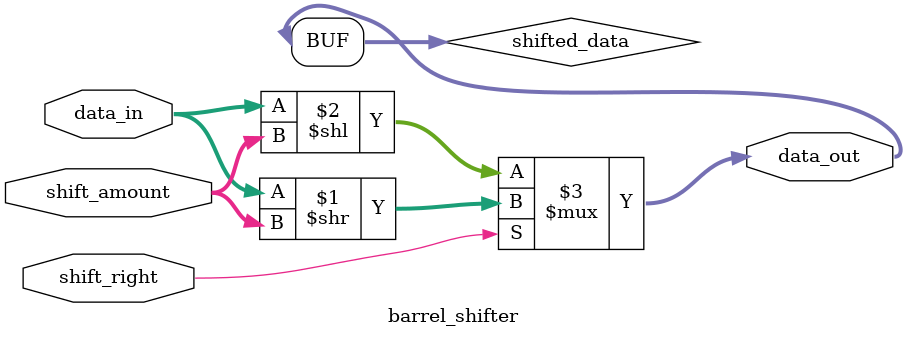
<source format=v>
module barrel_shifter(
    input [3:0] data_in,
    input [1:0] shift_amount,
    input shift_right,
    output [3:0] data_out
);

wire [3:0] shifted_data;

// Generate the shifted data
assign shifted_data = (shift_right) ? (data_in >> shift_amount) : (data_in << shift_amount);

// Output the shifted data
assign data_out = shifted_data;

endmodule

</source>
